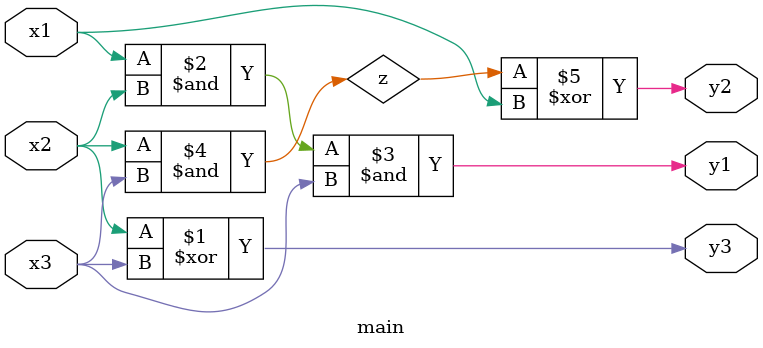
<source format=v>
module main(y1,y2,y3,x1,x2,x3);
	output y1,y2,y3;
	input x1,x2,x3;
	wire z;
		xor(y3,x2,x3);
		and(y1,x1,x2,x3);
		and(z,x2,x3);
		xor(y2,z,x1);
endmodule
</source>
